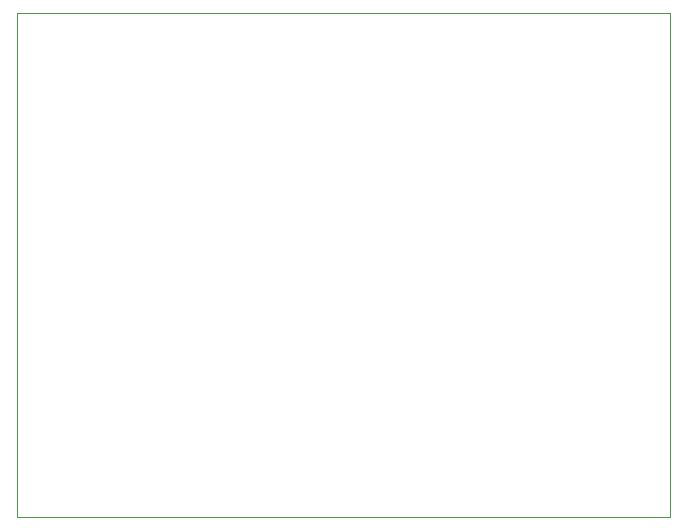
<source format=gbr>
%TF.GenerationSoftware,KiCad,Pcbnew,8.0.1*%
%TF.CreationDate,2024-06-07T20:59:54+10:00*%
%TF.ProjectId,arcade,61726361-6465-42e6-9b69-6361645f7063,rev?*%
%TF.SameCoordinates,Original*%
%TF.FileFunction,Profile,NP*%
%FSLAX46Y46*%
G04 Gerber Fmt 4.6, Leading zero omitted, Abs format (unit mm)*
G04 Created by KiCad (PCBNEW 8.0.1) date 2024-06-07 20:59:54*
%MOMM*%
%LPD*%
G01*
G04 APERTURE LIST*
%TA.AperFunction,Profile*%
%ADD10C,0.050000*%
%TD*%
G04 APERTURE END LIST*
D10*
X80400000Y-83300000D02*
X135700000Y-83300000D01*
X135700000Y-126000000D01*
X80400000Y-126000000D01*
X80400000Y-83300000D01*
M02*

</source>
